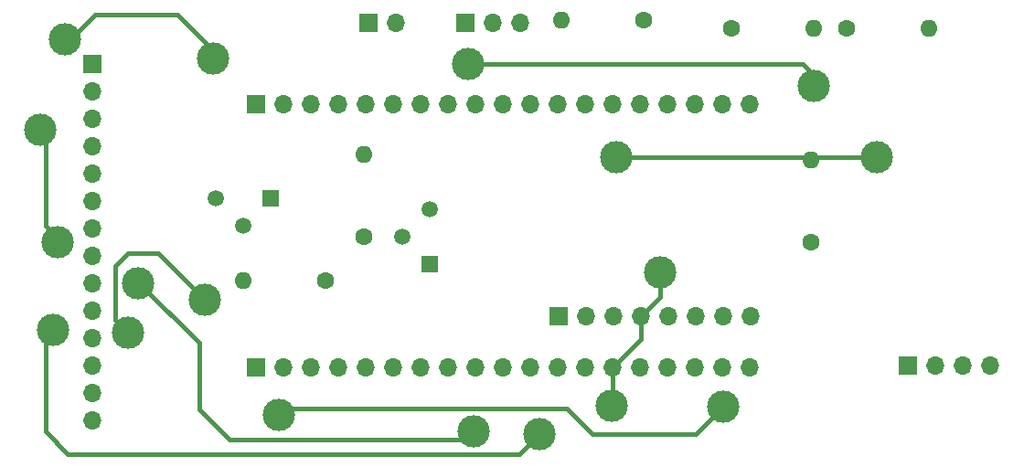
<source format=gbr>
%TF.GenerationSoftware,KiCad,Pcbnew,(6.0.4)*%
%TF.CreationDate,2022-04-28T20:07:22-04:00*%
%TF.ProjectId,wrist_pcb,77726973-745f-4706-9362-2e6b69636164,rev?*%
%TF.SameCoordinates,Original*%
%TF.FileFunction,Copper,L1,Top*%
%TF.FilePolarity,Positive*%
%FSLAX46Y46*%
G04 Gerber Fmt 4.6, Leading zero omitted, Abs format (unit mm)*
G04 Created by KiCad (PCBNEW (6.0.4)) date 2022-04-28 20:07:22*
%MOMM*%
%LPD*%
G01*
G04 APERTURE LIST*
%TA.AperFunction,ComponentPad*%
%ADD10R,1.500000X1.500000*%
%TD*%
%TA.AperFunction,ComponentPad*%
%ADD11C,1.500000*%
%TD*%
%TA.AperFunction,ComponentPad*%
%ADD12R,1.700000X1.700000*%
%TD*%
%TA.AperFunction,ComponentPad*%
%ADD13O,1.700000X1.700000*%
%TD*%
%TA.AperFunction,ComponentPad*%
%ADD14C,1.600000*%
%TD*%
%TA.AperFunction,ComponentPad*%
%ADD15O,1.600000X1.600000*%
%TD*%
%TA.AperFunction,ViaPad*%
%ADD16C,3.000000*%
%TD*%
%TA.AperFunction,Conductor*%
%ADD17C,0.381000*%
%TD*%
G04 APERTURE END LIST*
D10*
%TO.P,NPN1,1,E*%
%TO.N,GND*%
X66048000Y-114808000D03*
D11*
%TO.P,NPN1,2,B*%
%TO.N,Net-(NPN1-Pad2)*%
X63508000Y-112268000D03*
%TO.P,NPN1,3,C*%
%TO.N,Net-(LS1-Pad2)*%
X66048000Y-109728000D03*
%TD*%
D12*
%TO.P,Regulator1,1,Pin_1*%
%TO.N,unconnected-(Regulator1-Pad1)*%
X110393000Y-124181000D03*
D13*
%TO.P,Regulator1,2,Pin_2*%
%TO.N,+12V*%
X112933000Y-124181000D03*
%TO.P,Regulator1,3,Pin_3*%
%TO.N,GND*%
X115473000Y-124181000D03*
%TO.P,Regulator1,4,Pin_4*%
%TO.N,VCC*%
X118013000Y-124181000D03*
%TD*%
D14*
%TO.P,LS1,1,1*%
%TO.N,VCC*%
X101346000Y-112776000D03*
D15*
%TO.P,LS1,2,2*%
%TO.N,Net-(LS1-Pad2)*%
X101346000Y-105156000D03*
%TD*%
D14*
%TO.P,R2,1*%
%TO.N,GND*%
X93980000Y-92964000D03*
D15*
%TO.P,R2,2*%
%TO.N,/IO14*%
X101600000Y-92964000D03*
%TD*%
D14*
%TO.P,R1,1*%
%TO.N,/IO14*%
X104648000Y-92964000D03*
D15*
%TO.P,R1,2*%
%TO.N,+12V*%
X112268000Y-92964000D03*
%TD*%
D12*
%TO.P,PCB_DATA1,1,Pin_1*%
%TO.N,/IO12*%
X69342000Y-92456000D03*
D13*
%TO.P,PCB_DATA1,2,Pin_2*%
%TO.N,/IO33*%
X71882000Y-92456000D03*
%TO.P,PCB_DATA1,3,Pin_3*%
%TO.N,/IO32*%
X74422000Y-92456000D03*
%TD*%
D12*
%TO.P,OUT1,1,Pin_1*%
%TO.N,VCC*%
X60432000Y-92456000D03*
D13*
%TO.P,OUT1,2,Pin_2*%
%TO.N,GND*%
X62972000Y-92456000D03*
%TD*%
D14*
%TO.P,R3.6k2,1*%
%TO.N,Net-(NPN1-Pad2)*%
X59944000Y-112268000D03*
D15*
%TO.P,R3.6k2,2*%
%TO.N,/IO35*%
X59944000Y-104648000D03*
%TD*%
D12*
%TO.P,ESP_Conn1,1,Pin_1*%
%TO.N,/CLK*%
X50000000Y-124350000D03*
D13*
%TO.P,ESP_Conn1,2,Pin_2*%
%TO.N,/D0*%
X52540000Y-124350000D03*
%TO.P,ESP_Conn1,3,Pin_3*%
%TO.N,/D1*%
X55080000Y-124350000D03*
%TO.P,ESP_Conn1,4,Pin_4*%
%TO.N,/IO15*%
X57620000Y-124350000D03*
%TO.P,ESP_Conn1,5,Pin_5*%
%TO.N,/IO2*%
X60160000Y-124350000D03*
%TO.P,ESP_Conn1,6,Pin_6*%
%TO.N,/IO0*%
X62700000Y-124350000D03*
%TO.P,ESP_Conn1,7,Pin_7*%
%TO.N,/IO4*%
X65240000Y-124350000D03*
%TO.P,ESP_Conn1,8,Pin_8*%
%TO.N,/IO16*%
X67780000Y-124350000D03*
%TO.P,ESP_Conn1,9,Pin_9*%
%TO.N,/IO17*%
X70320000Y-124350000D03*
%TO.P,ESP_Conn1,10,Pin_10*%
%TO.N,/IO5*%
X72860000Y-124350000D03*
%TO.P,ESP_Conn1,11,Pin_11*%
%TO.N,/IO18*%
X75400000Y-124350000D03*
%TO.P,ESP_Conn1,12,Pin_12*%
%TO.N,/IO19*%
X77940000Y-124350000D03*
%TO.P,ESP_Conn1,13,Pin_13*%
%TO.N,GND*%
X80480000Y-124350000D03*
%TO.P,ESP_Conn1,14,Pin_14*%
%TO.N,/IO21*%
X83020000Y-124350000D03*
%TO.P,ESP_Conn1,15,Pin_15*%
%TO.N,/RX*%
X85560000Y-124350000D03*
%TO.P,ESP_Conn1,16,Pin_16*%
%TO.N,/TX*%
X88100000Y-124350000D03*
%TO.P,ESP_Conn1,17,Pin_17*%
%TO.N,/IO22*%
X90640000Y-124350000D03*
%TO.P,ESP_Conn1,18,Pin_18*%
%TO.N,/IO23*%
X93180000Y-124350000D03*
%TO.P,ESP_Conn1,19,Pin_19*%
%TO.N,GND*%
X95720000Y-124350000D03*
%TD*%
D12*
%TO.P,ESP_Conn2,1,Pin_1*%
%TO.N,/5V*%
X50000000Y-100000000D03*
D13*
%TO.P,ESP_Conn2,2,Pin_2*%
%TO.N,/CMD*%
X52540000Y-100000000D03*
%TO.P,ESP_Conn2,3,Pin_3*%
%TO.N,/D3*%
X55080000Y-100000000D03*
%TO.P,ESP_Conn2,4,Pin_4*%
%TO.N,/D2*%
X57620000Y-100000000D03*
%TO.P,ESP_Conn2,5,Pin_5*%
%TO.N,/IO13*%
X60160000Y-100000000D03*
%TO.P,ESP_Conn2,6,Pin_6*%
%TO.N,GND*%
X62700000Y-100000000D03*
%TO.P,ESP_Conn2,7,Pin_7*%
%TO.N,/IO12*%
X65240000Y-100000000D03*
%TO.P,ESP_Conn2,8,Pin_8*%
%TO.N,/IO14*%
X67780000Y-100000000D03*
%TO.P,ESP_Conn2,9,Pin_9*%
%TO.N,/IO27*%
X70320000Y-100000000D03*
%TO.P,ESP_Conn2,10,Pin_10*%
%TO.N,/IO26*%
X72860000Y-100000000D03*
%TO.P,ESP_Conn2,11,Pin_11*%
%TO.N,/IO25*%
X75400000Y-100000000D03*
%TO.P,ESP_Conn2,12,Pin_12*%
%TO.N,/IO33*%
X77940000Y-100000000D03*
%TO.P,ESP_Conn2,13,Pin_13*%
%TO.N,/IO32*%
X80480000Y-100000000D03*
%TO.P,ESP_Conn2,14,Pin_14*%
%TO.N,/IO35*%
X83020000Y-100000000D03*
%TO.P,ESP_Conn2,15,Pin_15*%
%TO.N,/IO34*%
X85560000Y-100000000D03*
%TO.P,ESP_Conn2,16,Pin_16*%
%TO.N,/VN*%
X88100000Y-100000000D03*
%TO.P,ESP_Conn2,17,Pin_17*%
%TO.N,/VP*%
X90640000Y-100000000D03*
%TO.P,ESP_Conn2,18,Pin_18*%
%TO.N,/EN*%
X93180000Y-100000000D03*
%TO.P,ESP_Conn2,19,Pin_19*%
%TO.N,VCC*%
X95720000Y-100000000D03*
%TD*%
D12*
%TO.P,IMU_Conn1,1,Pin_1*%
%TO.N,VCC*%
X77993000Y-119609000D03*
D13*
%TO.P,IMU_Conn1,2,Pin_2*%
%TO.N,GND*%
X80533000Y-119609000D03*
%TO.P,IMU_Conn1,3,Pin_3*%
%TO.N,/IO22*%
X83073000Y-119609000D03*
%TO.P,IMU_Conn1,4,Pin_4*%
%TO.N,/IO21*%
X85613000Y-119609000D03*
%TO.P,IMU_Conn1,5,Pin_5*%
%TO.N,/XDA*%
X88153000Y-119609000D03*
%TO.P,IMU_Conn1,6,Pin_6*%
%TO.N,/XCL*%
X90693000Y-119609000D03*
%TO.P,IMU_Conn1,7,Pin_7*%
%TO.N,/ADO*%
X93233000Y-119609000D03*
%TO.P,IMU_Conn1,8,Pin_8*%
%TO.N,/INT*%
X95773000Y-119609000D03*
%TD*%
D14*
%TO.P,R3.6k1,1*%
%TO.N,/IO16*%
X56388000Y-116332000D03*
D15*
%TO.P,R3.6k1,2*%
%TO.N,Net-(PNP1-Pad2)*%
X48768000Y-116332000D03*
%TD*%
D14*
%TO.P,R4.7k1,1*%
%TO.N,VCC*%
X85852000Y-92202000D03*
D15*
%TO.P,R4.7k1,2*%
%TO.N,/IO32*%
X78232000Y-92202000D03*
%TD*%
D10*
%TO.P,PNP1,1,E*%
%TO.N,VCC*%
X51308000Y-108704000D03*
D11*
%TO.P,PNP1,2,B*%
%TO.N,Net-(PNP1-Pad2)*%
X48768000Y-111244000D03*
%TO.P,PNP1,3,C*%
%TO.N,/LED*%
X46228000Y-108704000D03*
%TD*%
D13*
%TO.P,TFT_Conn1,14,Pin_14*%
%TO.N,/NC*%
X34823000Y-129296000D03*
%TO.P,TFT_Conn1,13,Pin_13*%
%TO.N,/IO19*%
X34823000Y-126756000D03*
%TO.P,TFT_Conn1,12,Pin_12*%
%TO.N,/IO23*%
X34823000Y-124216000D03*
%TO.P,TFT_Conn1,11,Pin_11*%
%TO.N,/IO4*%
X34823000Y-121676000D03*
%TO.P,TFT_Conn1,10,Pin_10*%
%TO.N,/IO18*%
X34823000Y-119136000D03*
%TO.P,TFT_Conn1,9,Pin_9*%
%TO.N,/IO19*%
X34823000Y-116596000D03*
%TO.P,TFT_Conn1,8,Pin_8*%
%TO.N,/LED*%
X34823000Y-114056000D03*
%TO.P,TFT_Conn1,7,Pin_7*%
%TO.N,/IO18*%
X34823000Y-111516000D03*
%TO.P,TFT_Conn1,6,Pin_6*%
%TO.N,/IO23*%
X34823000Y-108976000D03*
%TO.P,TFT_Conn1,5,Pin_5*%
%TO.N,/IO0*%
X34823000Y-106436000D03*
%TO.P,TFT_Conn1,4,Pin_4*%
%TO.N,/IO15*%
X34823000Y-103896000D03*
%TO.P,TFT_Conn1,3,Pin_3*%
%TO.N,/IO2*%
X34823000Y-101356000D03*
%TO.P,TFT_Conn1,2,Pin_2*%
%TO.N,GND*%
X34823000Y-98816000D03*
D12*
%TO.P,TFT_Conn1,1,Pin_1*%
%TO.N,VCC*%
X34823000Y-96276000D03*
%TD*%
D16*
%TO.N,/IO18*%
X70104000Y-130302000D03*
%TO.N,VCC*%
X32258000Y-93980000D03*
X45974000Y-95758000D03*
%TO.N,/LED*%
X30040000Y-102400000D03*
X31600000Y-112780000D03*
%TO.N,/IO23*%
X93218000Y-128016000D03*
X52070000Y-128751700D03*
%TO.N,/IO18*%
X39026680Y-116586000D03*
%TO.N,/IO19*%
X76200000Y-130556000D03*
X31166700Y-120890000D03*
%TO.N,/IO4*%
X38100000Y-121158000D03*
X45212000Y-118110000D03*
%TO.N,Net-(LS1-Pad2)*%
X107442000Y-104902000D03*
X83312000Y-104902000D03*
%TO.N,/IO14*%
X69596000Y-96266000D03*
X101600000Y-98298000D03*
%TO.N,/IO21*%
X87376000Y-115570000D03*
X82950000Y-127930000D03*
%TD*%
D17*
%TO.N,/IO23*%
X52616111Y-128205589D02*
X52070000Y-128751700D01*
X81142892Y-130556000D02*
X78792481Y-128205589D01*
X90678000Y-130556000D02*
X81142892Y-130556000D01*
X78792481Y-128205589D02*
X52616111Y-128205589D01*
X93218000Y-128016000D02*
X90678000Y-130556000D01*
%TO.N,/IO19*%
X31166700Y-120979300D02*
X31166700Y-120890000D01*
X30480000Y-121666000D02*
X31166700Y-120979300D01*
X30480000Y-130302000D02*
X30480000Y-121666000D01*
X32576411Y-132398411D02*
X30480000Y-130302000D01*
X74357589Y-132398411D02*
X32576411Y-132398411D01*
X76200000Y-130556000D02*
X74357589Y-132398411D01*
%TO.N,/IO18*%
X69342000Y-131064000D02*
X70104000Y-130302000D01*
X47498000Y-131064000D02*
X69342000Y-131064000D01*
X44704000Y-122124051D02*
X44704000Y-128270000D01*
X44704000Y-128270000D02*
X47498000Y-131064000D01*
X39026680Y-116586000D02*
X39165949Y-116586000D01*
X39165949Y-116586000D02*
X44704000Y-122124051D01*
%TO.N,/IO4*%
X36930269Y-114961731D02*
X38100000Y-113792000D01*
X40894000Y-113792000D02*
X45212000Y-118110000D01*
X36930269Y-119988269D02*
X36930269Y-114961731D01*
X38100000Y-121158000D02*
X36930269Y-119988269D01*
X38100000Y-113792000D02*
X40894000Y-113792000D01*
%TO.N,VCC*%
X32512000Y-94234000D02*
X35052000Y-91694000D01*
X42672000Y-91694000D02*
X45974000Y-94996000D01*
X35052000Y-91694000D02*
X42672000Y-91694000D01*
X45974000Y-94996000D02*
X45974000Y-95758000D01*
%TO.N,/LED*%
X30040000Y-102400000D02*
X30480000Y-102840000D01*
X30480000Y-102840000D02*
X30480000Y-111225700D01*
X31600000Y-112780000D02*
X31600000Y-112345700D01*
X31600000Y-112345700D02*
X30480000Y-111225700D01*
%TO.N,Net-(LS1-Pad2)*%
X83312000Y-104902000D02*
X107442000Y-104902000D01*
%TO.N,/IO14*%
X101600000Y-97282000D02*
X101600000Y-98298000D01*
X69596000Y-96266000D02*
X100584000Y-96266000D01*
X101346000Y-97028000D02*
X101600000Y-97282000D01*
X100584000Y-96266000D02*
X101346000Y-97028000D01*
%TO.N,/IO21*%
X87376000Y-117846000D02*
X85613000Y-119609000D01*
X87376000Y-115570000D02*
X87376000Y-117846000D01*
X82950000Y-127930000D02*
X83020000Y-127860000D01*
X85613000Y-121757000D02*
X83020000Y-124350000D01*
X83020000Y-127860000D02*
X83020000Y-124350000D01*
X85613000Y-119609000D02*
X85613000Y-121757000D01*
%TD*%
M02*

</source>
